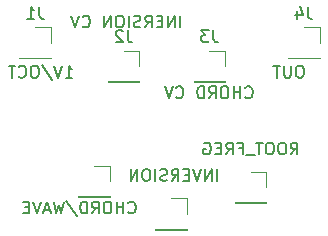
<source format=gbr>
%TF.GenerationSoftware,KiCad,Pcbnew,(5.1.9)-1*%
%TF.CreationDate,2021-06-26T11:37:54+09:00*%
%TF.ProjectId,CHORD_VCO,43484f52-445f-4564-934f-2e6b69636164,rev?*%
%TF.SameCoordinates,Original*%
%TF.FileFunction,Legend,Bot*%
%TF.FilePolarity,Positive*%
%FSLAX46Y46*%
G04 Gerber Fmt 4.6, Leading zero omitted, Abs format (unit mm)*
G04 Created by KiCad (PCBNEW (5.1.9)-1) date 2021-06-26 11:37:54*
%MOMM*%
%LPD*%
G01*
G04 APERTURE LIST*
%ADD10C,0.150000*%
%ADD11C,0.120000*%
G04 APERTURE END LIST*
D10*
X105821428Y-76952380D02*
X106392857Y-76952380D01*
X106107142Y-76952380D02*
X106107142Y-75952380D01*
X106202380Y-76095238D01*
X106297619Y-76190476D01*
X106392857Y-76238095D01*
X105535714Y-75952380D02*
X105202380Y-76952380D01*
X104869047Y-75952380D01*
X103821428Y-75904761D02*
X104678571Y-77190476D01*
X103297619Y-75952380D02*
X103107142Y-75952380D01*
X103011904Y-76000000D01*
X102916666Y-76095238D01*
X102869047Y-76285714D01*
X102869047Y-76619047D01*
X102916666Y-76809523D01*
X103011904Y-76904761D01*
X103107142Y-76952380D01*
X103297619Y-76952380D01*
X103392857Y-76904761D01*
X103488095Y-76809523D01*
X103535714Y-76619047D01*
X103535714Y-76285714D01*
X103488095Y-76095238D01*
X103392857Y-76000000D01*
X103297619Y-75952380D01*
X101869047Y-76857142D02*
X101916666Y-76904761D01*
X102059523Y-76952380D01*
X102154761Y-76952380D01*
X102297619Y-76904761D01*
X102392857Y-76809523D01*
X102440476Y-76714285D01*
X102488095Y-76523809D01*
X102488095Y-76380952D01*
X102440476Y-76190476D01*
X102392857Y-76095238D01*
X102297619Y-76000000D01*
X102154761Y-75952380D01*
X102059523Y-75952380D01*
X101916666Y-76000000D01*
X101869047Y-76047619D01*
X101583333Y-75952380D02*
X101011904Y-75952380D01*
X101297619Y-76952380D02*
X101297619Y-75952380D01*
X115547619Y-72702380D02*
X115547619Y-71702380D01*
X115071428Y-72702380D02*
X115071428Y-71702380D01*
X114500000Y-72702380D01*
X114500000Y-71702380D01*
X114023809Y-72178571D02*
X113690476Y-72178571D01*
X113547619Y-72702380D02*
X114023809Y-72702380D01*
X114023809Y-71702380D01*
X113547619Y-71702380D01*
X112547619Y-72702380D02*
X112880952Y-72226190D01*
X113119047Y-72702380D02*
X113119047Y-71702380D01*
X112738095Y-71702380D01*
X112642857Y-71750000D01*
X112595238Y-71797619D01*
X112547619Y-71892857D01*
X112547619Y-72035714D01*
X112595238Y-72130952D01*
X112642857Y-72178571D01*
X112738095Y-72226190D01*
X113119047Y-72226190D01*
X112166666Y-72654761D02*
X112023809Y-72702380D01*
X111785714Y-72702380D01*
X111690476Y-72654761D01*
X111642857Y-72607142D01*
X111595238Y-72511904D01*
X111595238Y-72416666D01*
X111642857Y-72321428D01*
X111690476Y-72273809D01*
X111785714Y-72226190D01*
X111976190Y-72178571D01*
X112071428Y-72130952D01*
X112119047Y-72083333D01*
X112166666Y-71988095D01*
X112166666Y-71892857D01*
X112119047Y-71797619D01*
X112071428Y-71750000D01*
X111976190Y-71702380D01*
X111738095Y-71702380D01*
X111595238Y-71750000D01*
X111166666Y-72702380D02*
X111166666Y-71702380D01*
X110500000Y-71702380D02*
X110309523Y-71702380D01*
X110214285Y-71750000D01*
X110119047Y-71845238D01*
X110071428Y-72035714D01*
X110071428Y-72369047D01*
X110119047Y-72559523D01*
X110214285Y-72654761D01*
X110309523Y-72702380D01*
X110500000Y-72702380D01*
X110595238Y-72654761D01*
X110690476Y-72559523D01*
X110738095Y-72369047D01*
X110738095Y-72035714D01*
X110690476Y-71845238D01*
X110595238Y-71750000D01*
X110500000Y-71702380D01*
X109642857Y-72702380D02*
X109642857Y-71702380D01*
X109071428Y-72702380D01*
X109071428Y-71702380D01*
X107261904Y-72607142D02*
X107309523Y-72654761D01*
X107452380Y-72702380D01*
X107547619Y-72702380D01*
X107690476Y-72654761D01*
X107785714Y-72559523D01*
X107833333Y-72464285D01*
X107880952Y-72273809D01*
X107880952Y-72130952D01*
X107833333Y-71940476D01*
X107785714Y-71845238D01*
X107690476Y-71750000D01*
X107547619Y-71702380D01*
X107452380Y-71702380D01*
X107309523Y-71750000D01*
X107261904Y-71797619D01*
X106976190Y-71702380D02*
X106642857Y-72702380D01*
X106309523Y-71702380D01*
X121047619Y-78607142D02*
X121095238Y-78654761D01*
X121238095Y-78702380D01*
X121333333Y-78702380D01*
X121476190Y-78654761D01*
X121571428Y-78559523D01*
X121619047Y-78464285D01*
X121666666Y-78273809D01*
X121666666Y-78130952D01*
X121619047Y-77940476D01*
X121571428Y-77845238D01*
X121476190Y-77750000D01*
X121333333Y-77702380D01*
X121238095Y-77702380D01*
X121095238Y-77750000D01*
X121047619Y-77797619D01*
X120619047Y-78702380D02*
X120619047Y-77702380D01*
X120619047Y-78178571D02*
X120047619Y-78178571D01*
X120047619Y-78702380D02*
X120047619Y-77702380D01*
X119380952Y-77702380D02*
X119190476Y-77702380D01*
X119095238Y-77750000D01*
X119000000Y-77845238D01*
X118952380Y-78035714D01*
X118952380Y-78369047D01*
X119000000Y-78559523D01*
X119095238Y-78654761D01*
X119190476Y-78702380D01*
X119380952Y-78702380D01*
X119476190Y-78654761D01*
X119571428Y-78559523D01*
X119619047Y-78369047D01*
X119619047Y-78035714D01*
X119571428Y-77845238D01*
X119476190Y-77750000D01*
X119380952Y-77702380D01*
X117952380Y-78702380D02*
X118285714Y-78226190D01*
X118523809Y-78702380D02*
X118523809Y-77702380D01*
X118142857Y-77702380D01*
X118047619Y-77750000D01*
X118000000Y-77797619D01*
X117952380Y-77892857D01*
X117952380Y-78035714D01*
X118000000Y-78130952D01*
X118047619Y-78178571D01*
X118142857Y-78226190D01*
X118523809Y-78226190D01*
X117523809Y-78702380D02*
X117523809Y-77702380D01*
X117285714Y-77702380D01*
X117142857Y-77750000D01*
X117047619Y-77845238D01*
X117000000Y-77940476D01*
X116952380Y-78130952D01*
X116952380Y-78273809D01*
X117000000Y-78464285D01*
X117047619Y-78559523D01*
X117142857Y-78654761D01*
X117285714Y-78702380D01*
X117523809Y-78702380D01*
X115190476Y-78607142D02*
X115238095Y-78654761D01*
X115380952Y-78702380D01*
X115476190Y-78702380D01*
X115619047Y-78654761D01*
X115714285Y-78559523D01*
X115761904Y-78464285D01*
X115809523Y-78273809D01*
X115809523Y-78130952D01*
X115761904Y-77940476D01*
X115714285Y-77845238D01*
X115619047Y-77750000D01*
X115476190Y-77702380D01*
X115380952Y-77702380D01*
X115238095Y-77750000D01*
X115190476Y-77797619D01*
X114904761Y-77702380D02*
X114571428Y-78702380D01*
X114238095Y-77702380D01*
X125750000Y-75952380D02*
X125559523Y-75952380D01*
X125464285Y-76000000D01*
X125369047Y-76095238D01*
X125321428Y-76285714D01*
X125321428Y-76619047D01*
X125369047Y-76809523D01*
X125464285Y-76904761D01*
X125559523Y-76952380D01*
X125750000Y-76952380D01*
X125845238Y-76904761D01*
X125940476Y-76809523D01*
X125988095Y-76619047D01*
X125988095Y-76285714D01*
X125940476Y-76095238D01*
X125845238Y-76000000D01*
X125750000Y-75952380D01*
X124892857Y-75952380D02*
X124892857Y-76761904D01*
X124845238Y-76857142D01*
X124797619Y-76904761D01*
X124702380Y-76952380D01*
X124511904Y-76952380D01*
X124416666Y-76904761D01*
X124369047Y-76857142D01*
X124321428Y-76761904D01*
X124321428Y-75952380D01*
X123988095Y-75952380D02*
X123416666Y-75952380D01*
X123702380Y-76952380D02*
X123702380Y-75952380D01*
D11*
%TO.C,ROOT_FREG*%
X122830000Y-84920000D02*
X121500000Y-84920000D01*
X122830000Y-86250000D02*
X122830000Y-84920000D01*
X122830000Y-87520000D02*
X120170000Y-87520000D01*
X120170000Y-87520000D02*
X120170000Y-87580000D01*
X122830000Y-87520000D02*
X122830000Y-87580000D01*
X122830000Y-87580000D02*
X120170000Y-87580000D01*
%TO.C,INVERSION*%
X116080000Y-87170000D02*
X114750000Y-87170000D01*
X116080000Y-88500000D02*
X116080000Y-87170000D01*
X116080000Y-89770000D02*
X113420000Y-89770000D01*
X113420000Y-89770000D02*
X113420000Y-89830000D01*
X116080000Y-89770000D02*
X116080000Y-89830000D01*
X116080000Y-89830000D02*
X113420000Y-89830000D01*
%TO.C,CHORD/WAVE*%
X109580000Y-84420000D02*
X108250000Y-84420000D01*
X109580000Y-85750000D02*
X109580000Y-84420000D01*
X109580000Y-87020000D02*
X106920000Y-87020000D01*
X106920000Y-87020000D02*
X106920000Y-87080000D01*
X109580000Y-87020000D02*
X109580000Y-87080000D01*
X109580000Y-87080000D02*
X106920000Y-87080000D01*
%TO.C,J3*%
X119330000Y-74670000D02*
X118000000Y-74670000D01*
X119330000Y-76000000D02*
X119330000Y-74670000D01*
X119330000Y-77270000D02*
X116670000Y-77270000D01*
X116670000Y-77270000D02*
X116670000Y-77330000D01*
X119330000Y-77270000D02*
X119330000Y-77330000D01*
X119330000Y-77330000D02*
X116670000Y-77330000D01*
%TO.C,J2*%
X112080000Y-74670000D02*
X110750000Y-74670000D01*
X112080000Y-76000000D02*
X112080000Y-74670000D01*
X112080000Y-77270000D02*
X109420000Y-77270000D01*
X109420000Y-77270000D02*
X109420000Y-77330000D01*
X112080000Y-77270000D02*
X112080000Y-77330000D01*
X112080000Y-77330000D02*
X109420000Y-77330000D01*
%TO.C,J1*%
X104580000Y-72670000D02*
X103250000Y-72670000D01*
X104580000Y-74000000D02*
X104580000Y-72670000D01*
X104580000Y-75270000D02*
X101920000Y-75270000D01*
X101920000Y-75270000D02*
X101920000Y-75330000D01*
X104580000Y-75270000D02*
X104580000Y-75330000D01*
X104580000Y-75330000D02*
X101920000Y-75330000D01*
%TO.C,J4*%
X127330000Y-72670000D02*
X126000000Y-72670000D01*
X127330000Y-74000000D02*
X127330000Y-72670000D01*
X127330000Y-75270000D02*
X124670000Y-75270000D01*
X124670000Y-75270000D02*
X124670000Y-75330000D01*
X127330000Y-75270000D02*
X127330000Y-75330000D01*
X127330000Y-75330000D02*
X124670000Y-75330000D01*
%TO.C,ROOT_FREG*%
D10*
X124880952Y-83452380D02*
X125214285Y-82976190D01*
X125452380Y-83452380D02*
X125452380Y-82452380D01*
X125071428Y-82452380D01*
X124976190Y-82500000D01*
X124928571Y-82547619D01*
X124880952Y-82642857D01*
X124880952Y-82785714D01*
X124928571Y-82880952D01*
X124976190Y-82928571D01*
X125071428Y-82976190D01*
X125452380Y-82976190D01*
X124261904Y-82452380D02*
X124071428Y-82452380D01*
X123976190Y-82500000D01*
X123880952Y-82595238D01*
X123833333Y-82785714D01*
X123833333Y-83119047D01*
X123880952Y-83309523D01*
X123976190Y-83404761D01*
X124071428Y-83452380D01*
X124261904Y-83452380D01*
X124357142Y-83404761D01*
X124452380Y-83309523D01*
X124500000Y-83119047D01*
X124500000Y-82785714D01*
X124452380Y-82595238D01*
X124357142Y-82500000D01*
X124261904Y-82452380D01*
X123214285Y-82452380D02*
X123023809Y-82452380D01*
X122928571Y-82500000D01*
X122833333Y-82595238D01*
X122785714Y-82785714D01*
X122785714Y-83119047D01*
X122833333Y-83309523D01*
X122928571Y-83404761D01*
X123023809Y-83452380D01*
X123214285Y-83452380D01*
X123309523Y-83404761D01*
X123404761Y-83309523D01*
X123452380Y-83119047D01*
X123452380Y-82785714D01*
X123404761Y-82595238D01*
X123309523Y-82500000D01*
X123214285Y-82452380D01*
X122500000Y-82452380D02*
X121928571Y-82452380D01*
X122214285Y-83452380D02*
X122214285Y-82452380D01*
X121833333Y-83547619D02*
X121071428Y-83547619D01*
X120500000Y-82928571D02*
X120833333Y-82928571D01*
X120833333Y-83452380D02*
X120833333Y-82452380D01*
X120357142Y-82452380D01*
X119404761Y-83452380D02*
X119738095Y-82976190D01*
X119976190Y-83452380D02*
X119976190Y-82452380D01*
X119595238Y-82452380D01*
X119500000Y-82500000D01*
X119452380Y-82547619D01*
X119404761Y-82642857D01*
X119404761Y-82785714D01*
X119452380Y-82880952D01*
X119500000Y-82928571D01*
X119595238Y-82976190D01*
X119976190Y-82976190D01*
X118976190Y-82928571D02*
X118642857Y-82928571D01*
X118500000Y-83452380D02*
X118976190Y-83452380D01*
X118976190Y-82452380D01*
X118500000Y-82452380D01*
X117547619Y-82500000D02*
X117642857Y-82452380D01*
X117785714Y-82452380D01*
X117928571Y-82500000D01*
X118023809Y-82595238D01*
X118071428Y-82690476D01*
X118119047Y-82880952D01*
X118119047Y-83023809D01*
X118071428Y-83214285D01*
X118023809Y-83309523D01*
X117928571Y-83404761D01*
X117785714Y-83452380D01*
X117690476Y-83452380D01*
X117547619Y-83404761D01*
X117500000Y-83357142D01*
X117500000Y-83023809D01*
X117690476Y-83023809D01*
%TO.C,INVERSION*%
X118666666Y-85702380D02*
X118666666Y-84702380D01*
X118190476Y-85702380D02*
X118190476Y-84702380D01*
X117619047Y-85702380D01*
X117619047Y-84702380D01*
X117285714Y-84702380D02*
X116952380Y-85702380D01*
X116619047Y-84702380D01*
X116285714Y-85178571D02*
X115952380Y-85178571D01*
X115809523Y-85702380D02*
X116285714Y-85702380D01*
X116285714Y-84702380D01*
X115809523Y-84702380D01*
X114809523Y-85702380D02*
X115142857Y-85226190D01*
X115380952Y-85702380D02*
X115380952Y-84702380D01*
X115000000Y-84702380D01*
X114904761Y-84750000D01*
X114857142Y-84797619D01*
X114809523Y-84892857D01*
X114809523Y-85035714D01*
X114857142Y-85130952D01*
X114904761Y-85178571D01*
X115000000Y-85226190D01*
X115380952Y-85226190D01*
X114428571Y-85654761D02*
X114285714Y-85702380D01*
X114047619Y-85702380D01*
X113952380Y-85654761D01*
X113904761Y-85607142D01*
X113857142Y-85511904D01*
X113857142Y-85416666D01*
X113904761Y-85321428D01*
X113952380Y-85273809D01*
X114047619Y-85226190D01*
X114238095Y-85178571D01*
X114333333Y-85130952D01*
X114380952Y-85083333D01*
X114428571Y-84988095D01*
X114428571Y-84892857D01*
X114380952Y-84797619D01*
X114333333Y-84750000D01*
X114238095Y-84702380D01*
X114000000Y-84702380D01*
X113857142Y-84750000D01*
X113428571Y-85702380D02*
X113428571Y-84702380D01*
X112761904Y-84702380D02*
X112571428Y-84702380D01*
X112476190Y-84750000D01*
X112380952Y-84845238D01*
X112333333Y-85035714D01*
X112333333Y-85369047D01*
X112380952Y-85559523D01*
X112476190Y-85654761D01*
X112571428Y-85702380D01*
X112761904Y-85702380D01*
X112857142Y-85654761D01*
X112952380Y-85559523D01*
X113000000Y-85369047D01*
X113000000Y-85035714D01*
X112952380Y-84845238D01*
X112857142Y-84750000D01*
X112761904Y-84702380D01*
X111904761Y-85702380D02*
X111904761Y-84702380D01*
X111333333Y-85702380D01*
X111333333Y-84702380D01*
%TO.C,CHORD/WAVE*%
X111142857Y-88357142D02*
X111190476Y-88404761D01*
X111333333Y-88452380D01*
X111428571Y-88452380D01*
X111571428Y-88404761D01*
X111666666Y-88309523D01*
X111714285Y-88214285D01*
X111761904Y-88023809D01*
X111761904Y-87880952D01*
X111714285Y-87690476D01*
X111666666Y-87595238D01*
X111571428Y-87500000D01*
X111428571Y-87452380D01*
X111333333Y-87452380D01*
X111190476Y-87500000D01*
X111142857Y-87547619D01*
X110714285Y-88452380D02*
X110714285Y-87452380D01*
X110714285Y-87928571D02*
X110142857Y-87928571D01*
X110142857Y-88452380D02*
X110142857Y-87452380D01*
X109476190Y-87452380D02*
X109285714Y-87452380D01*
X109190476Y-87500000D01*
X109095238Y-87595238D01*
X109047619Y-87785714D01*
X109047619Y-88119047D01*
X109095238Y-88309523D01*
X109190476Y-88404761D01*
X109285714Y-88452380D01*
X109476190Y-88452380D01*
X109571428Y-88404761D01*
X109666666Y-88309523D01*
X109714285Y-88119047D01*
X109714285Y-87785714D01*
X109666666Y-87595238D01*
X109571428Y-87500000D01*
X109476190Y-87452380D01*
X108047619Y-88452380D02*
X108380952Y-87976190D01*
X108619047Y-88452380D02*
X108619047Y-87452380D01*
X108238095Y-87452380D01*
X108142857Y-87500000D01*
X108095238Y-87547619D01*
X108047619Y-87642857D01*
X108047619Y-87785714D01*
X108095238Y-87880952D01*
X108142857Y-87928571D01*
X108238095Y-87976190D01*
X108619047Y-87976190D01*
X107619047Y-88452380D02*
X107619047Y-87452380D01*
X107380952Y-87452380D01*
X107238095Y-87500000D01*
X107142857Y-87595238D01*
X107095238Y-87690476D01*
X107047619Y-87880952D01*
X107047619Y-88023809D01*
X107095238Y-88214285D01*
X107142857Y-88309523D01*
X107238095Y-88404761D01*
X107380952Y-88452380D01*
X107619047Y-88452380D01*
X105904761Y-87404761D02*
X106761904Y-88690476D01*
X105666666Y-87452380D02*
X105428571Y-88452380D01*
X105238095Y-87738095D01*
X105047619Y-88452380D01*
X104809523Y-87452380D01*
X104476190Y-88166666D02*
X104000000Y-88166666D01*
X104571428Y-88452380D02*
X104238095Y-87452380D01*
X103904761Y-88452380D01*
X103714285Y-87452380D02*
X103380952Y-88452380D01*
X103047619Y-87452380D01*
X102714285Y-87928571D02*
X102380952Y-87928571D01*
X102238095Y-88452380D02*
X102714285Y-88452380D01*
X102714285Y-87452380D01*
X102238095Y-87452380D01*
%TO.C,J3*%
X118333333Y-72952380D02*
X118333333Y-73666666D01*
X118380952Y-73809523D01*
X118476190Y-73904761D01*
X118619047Y-73952380D01*
X118714285Y-73952380D01*
X117952380Y-72952380D02*
X117333333Y-72952380D01*
X117666666Y-73333333D01*
X117523809Y-73333333D01*
X117428571Y-73380952D01*
X117380952Y-73428571D01*
X117333333Y-73523809D01*
X117333333Y-73761904D01*
X117380952Y-73857142D01*
X117428571Y-73904761D01*
X117523809Y-73952380D01*
X117809523Y-73952380D01*
X117904761Y-73904761D01*
X117952380Y-73857142D01*
%TO.C,J2*%
X111083333Y-72952380D02*
X111083333Y-73666666D01*
X111130952Y-73809523D01*
X111226190Y-73904761D01*
X111369047Y-73952380D01*
X111464285Y-73952380D01*
X110654761Y-73047619D02*
X110607142Y-73000000D01*
X110511904Y-72952380D01*
X110273809Y-72952380D01*
X110178571Y-73000000D01*
X110130952Y-73047619D01*
X110083333Y-73142857D01*
X110083333Y-73238095D01*
X110130952Y-73380952D01*
X110702380Y-73952380D01*
X110083333Y-73952380D01*
%TO.C,J1*%
X103583333Y-70952380D02*
X103583333Y-71666666D01*
X103630952Y-71809523D01*
X103726190Y-71904761D01*
X103869047Y-71952380D01*
X103964285Y-71952380D01*
X102583333Y-71952380D02*
X103154761Y-71952380D01*
X102869047Y-71952380D02*
X102869047Y-70952380D01*
X102964285Y-71095238D01*
X103059523Y-71190476D01*
X103154761Y-71238095D01*
%TO.C,J4*%
X126333333Y-70952380D02*
X126333333Y-71666666D01*
X126380952Y-71809523D01*
X126476190Y-71904761D01*
X126619047Y-71952380D01*
X126714285Y-71952380D01*
X125428571Y-71285714D02*
X125428571Y-71952380D01*
X125666666Y-70904761D02*
X125904761Y-71619047D01*
X125285714Y-71619047D01*
%TD*%
M02*

</source>
